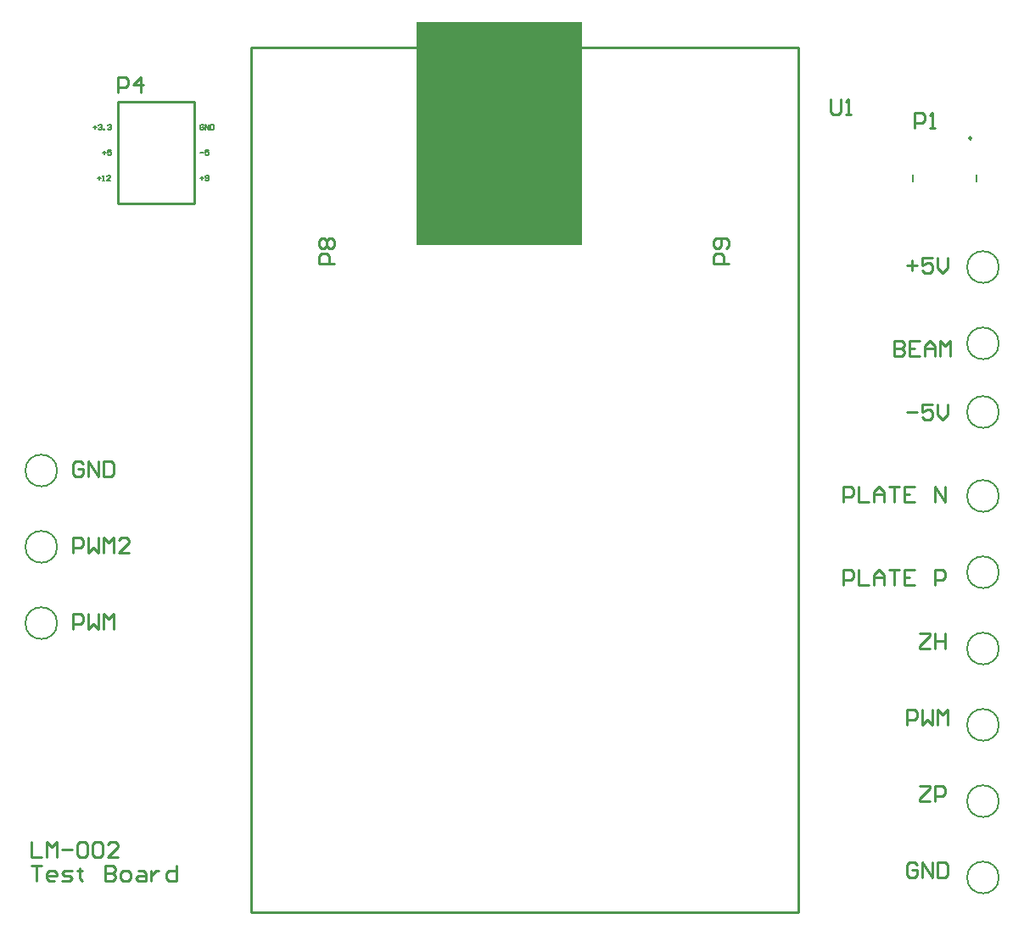
<source format=gbr>
G04 Layer_Color=65535*
%FSLAX26Y26*%
%MOIN*%
%TF.FileFunction,Legend,Top*%
%TF.Part,Single*%
G01*
G75*
%TA.AperFunction,NonConductor*%
%ADD18C,0.010000*%
%ADD26C,0.007874*%
%ADD27C,0.009842*%
%ADD28C,0.005000*%
G36*
X2125000Y2862500D02*
X2125000Y1987500D01*
X1475000Y1987500D01*
X1475000Y2862500D01*
X2125000Y2862500D01*
D02*
G37*
D18*
X600000Y2150000D02*
Y2224000D01*
X526000Y2150000D02*
X600000D01*
Y2224000D02*
Y2550000D01*
X300000Y2150000D02*
X526000D01*
X300000D02*
Y2550000D01*
X600000D01*
X825000Y-637500D02*
Y2762500D01*
Y-637500D02*
X2975000D01*
X825000Y2762500D02*
X2975000D01*
Y-637500D02*
Y2762500D01*
X-40000Y-359043D02*
Y-419023D01*
X-13D01*
X19981D02*
Y-359043D01*
X39974Y-379036D01*
X59968Y-359043D01*
Y-419023D01*
X79961Y-389033D02*
X119948D01*
X139942Y-369039D02*
X149939Y-359043D01*
X169932D01*
X179929Y-369039D01*
Y-409026D01*
X169932Y-419023D01*
X149939D01*
X139942Y-409026D01*
Y-369039D01*
X199922D02*
X209919Y-359043D01*
X229913D01*
X239910Y-369039D01*
Y-409026D01*
X229913Y-419023D01*
X209919D01*
X199922Y-409026D01*
Y-369039D01*
X299890Y-419023D02*
X259903D01*
X299890Y-379036D01*
Y-369039D01*
X289893Y-359043D01*
X269900D01*
X259903Y-369039D01*
X-40000Y-455019D02*
X-13D01*
X-20006D01*
Y-515000D01*
X49971D02*
X29977D01*
X19981Y-505003D01*
Y-485010D01*
X29977Y-475013D01*
X49971D01*
X59968Y-485010D01*
Y-495007D01*
X19981D01*
X79961Y-515000D02*
X109951D01*
X119948Y-505003D01*
X109951Y-495007D01*
X89958D01*
X79961Y-485010D01*
X89958Y-475013D01*
X119948D01*
X149939Y-465016D02*
Y-475013D01*
X139942D01*
X159935D01*
X149939D01*
Y-505003D01*
X159935Y-515000D01*
X249906Y-455019D02*
Y-515000D01*
X279897D01*
X289893Y-505003D01*
Y-495007D01*
X279897Y-485010D01*
X249906D01*
X279897D01*
X289893Y-475013D01*
Y-465016D01*
X279897Y-455019D01*
X249906D01*
X319884Y-515000D02*
X339877D01*
X349874Y-505003D01*
Y-485010D01*
X339877Y-475013D01*
X319884D01*
X309887Y-485010D01*
Y-505003D01*
X319884Y-515000D01*
X379864Y-475013D02*
X399858D01*
X409854Y-485010D01*
Y-515000D01*
X379864D01*
X369867Y-505003D01*
X379864Y-495007D01*
X409854D01*
X429848Y-475013D02*
Y-515000D01*
Y-495007D01*
X439845Y-485010D01*
X449841Y-475013D01*
X459838D01*
X529816Y-455019D02*
Y-515000D01*
X499825D01*
X489829Y-505003D01*
Y-485010D01*
X499825Y-475013D01*
X529816D01*
X3450000Y-140019D02*
X3489987D01*
Y-150016D01*
X3450000Y-190003D01*
Y-200000D01*
X3489987D01*
X3509981D02*
Y-140019D01*
X3539971D01*
X3549968Y-150016D01*
Y-170010D01*
X3539971Y-180006D01*
X3509981D01*
X3400000Y100000D02*
Y159981D01*
X3429990D01*
X3439987Y149984D01*
Y129990D01*
X3429990Y119993D01*
X3400000D01*
X3459981Y159981D02*
Y100000D01*
X3479974Y119993D01*
X3499968Y100000D01*
Y159981D01*
X3519961Y100000D02*
Y159981D01*
X3539955Y139987D01*
X3559948Y159981D01*
Y100000D01*
X3450000Y459981D02*
X3489987D01*
Y449984D01*
X3450000Y409997D01*
Y400000D01*
X3489987D01*
X3509981Y459981D02*
Y400000D01*
Y429990D01*
X3549968D01*
Y459981D01*
Y400000D01*
X3150000Y650000D02*
Y709981D01*
X3179990D01*
X3189987Y699984D01*
Y679990D01*
X3179990Y669994D01*
X3150000D01*
X3209981Y709981D02*
Y650000D01*
X3249968D01*
X3269961D02*
Y689987D01*
X3289955Y709981D01*
X3309948Y689987D01*
Y650000D01*
Y679990D01*
X3269961D01*
X3329942Y709981D02*
X3369929D01*
X3349935D01*
Y650000D01*
X3429910Y709981D02*
X3389922D01*
Y650000D01*
X3429910D01*
X3389922Y679990D02*
X3409916D01*
X3509884Y650000D02*
Y709981D01*
X3539874D01*
X3549871Y699984D01*
Y679990D01*
X3539874Y669994D01*
X3509884D01*
X3400000Y1329990D02*
X3439987D01*
X3499968Y1359981D02*
X3459981D01*
Y1329990D01*
X3479974Y1339987D01*
X3489971D01*
X3499968Y1329990D01*
Y1309997D01*
X3489971Y1300000D01*
X3469977D01*
X3459981Y1309997D01*
X3519961Y1359981D02*
Y1319994D01*
X3539955Y1300000D01*
X3559948Y1319994D01*
Y1359981D01*
X3150000Y975000D02*
Y1034981D01*
X3179990D01*
X3189987Y1024984D01*
Y1004990D01*
X3179990Y994994D01*
X3150000D01*
X3209981Y1034981D02*
Y975000D01*
X3249968D01*
X3269961D02*
Y1014987D01*
X3289955Y1034981D01*
X3309948Y1014987D01*
Y975000D01*
Y1004990D01*
X3269961D01*
X3329942Y1034981D02*
X3369929D01*
X3349935D01*
Y975000D01*
X3429910Y1034981D02*
X3389922D01*
Y975000D01*
X3429910D01*
X3389922Y1004990D02*
X3409916D01*
X3509884Y975000D02*
Y1034981D01*
X3549871Y975000D01*
Y1034981D01*
X3350000Y1609981D02*
Y1550000D01*
X3379990D01*
X3389987Y1559997D01*
Y1569994D01*
X3379990Y1579990D01*
X3350000D01*
X3379990D01*
X3389987Y1589987D01*
Y1599984D01*
X3379990Y1609981D01*
X3350000D01*
X3449968D02*
X3409981D01*
Y1550000D01*
X3449968D01*
X3409981Y1579990D02*
X3429974D01*
X3469961Y1550000D02*
Y1589987D01*
X3489955Y1609981D01*
X3509948Y1589987D01*
Y1550000D01*
Y1579990D01*
X3469961D01*
X3529942Y1550000D02*
Y1609981D01*
X3549935Y1589987D01*
X3569929Y1609981D01*
Y1550000D01*
X3430000Y2447000D02*
Y2506981D01*
X3459990D01*
X3469987Y2496984D01*
Y2476990D01*
X3459990Y2466994D01*
X3430000D01*
X3489981Y2447000D02*
X3509974D01*
X3499977D01*
Y2506981D01*
X3489981Y2496984D01*
X300000Y2585000D02*
Y2644981D01*
X329990D01*
X339987Y2634984D01*
Y2614990D01*
X329990Y2604994D01*
X300000D01*
X389971Y2585000D02*
Y2644981D01*
X359981Y2614990D01*
X399968D01*
X3100000Y2559981D02*
Y2509997D01*
X3109997Y2500000D01*
X3129990D01*
X3139987Y2509997D01*
Y2559981D01*
X3159981Y2500000D02*
X3179974D01*
X3169977D01*
Y2559981D01*
X3159981Y2549984D01*
X1150000Y1912500D02*
X1090019D01*
Y1942490D01*
X1100016Y1952487D01*
X1120010D01*
X1130006Y1942490D01*
Y1912500D01*
X1100016Y1972481D02*
X1090019Y1982477D01*
Y2002471D01*
X1100016Y2012468D01*
X1110013D01*
X1120010Y2002471D01*
X1130006Y2012468D01*
X1140003D01*
X1150000Y2002471D01*
Y1982477D01*
X1140003Y1972481D01*
X1130006D01*
X1120010Y1982477D01*
X1110013Y1972481D01*
X1100016D01*
X1120010Y1982477D02*
Y2002471D01*
X2700000Y1912500D02*
X2640019D01*
Y1942490D01*
X2650016Y1952487D01*
X2670010D01*
X2680006Y1942490D01*
Y1912500D01*
X2690003Y1972481D02*
X2700000Y1982477D01*
Y2002471D01*
X2690003Y2012468D01*
X2650016D01*
X2640019Y2002471D01*
Y1982477D01*
X2650016Y1972481D01*
X2660013D01*
X2670010Y1982477D01*
Y2012468D01*
X3439987Y-450016D02*
X3429990Y-440019D01*
X3409997D01*
X3400000Y-450016D01*
Y-490003D01*
X3409997Y-500000D01*
X3429990D01*
X3439987Y-490003D01*
Y-470010D01*
X3419994D01*
X3459981Y-500000D02*
Y-440019D01*
X3499968Y-500000D01*
Y-440019D01*
X3519961D02*
Y-500000D01*
X3549952D01*
X3559948Y-490003D01*
Y-450016D01*
X3549952Y-440019D01*
X3519961D01*
X3400000Y1904990D02*
X3439987D01*
X3419994Y1924984D02*
Y1884997D01*
X3499968Y1934981D02*
X3459981D01*
Y1904990D01*
X3479974Y1914987D01*
X3489971D01*
X3499968Y1904990D01*
Y1884997D01*
X3489971Y1875000D01*
X3469977D01*
X3459981Y1884997D01*
X3519961Y1934981D02*
Y1894994D01*
X3539955Y1875000D01*
X3559948Y1894994D01*
Y1934981D01*
X125000Y475000D02*
Y534981D01*
X154990D01*
X164987Y524984D01*
Y504990D01*
X154990Y494993D01*
X125000D01*
X184981Y534981D02*
Y475000D01*
X204974Y494993D01*
X224968Y475000D01*
Y534981D01*
X244961Y475000D02*
Y534981D01*
X264955Y514987D01*
X284948Y534981D01*
Y475000D01*
X125000Y775000D02*
Y834981D01*
X154990D01*
X164987Y824984D01*
Y804990D01*
X154990Y794994D01*
X125000D01*
X184981Y834981D02*
Y775000D01*
X204974Y794994D01*
X224968Y775000D01*
Y834981D01*
X244961Y775000D02*
Y834981D01*
X264955Y814987D01*
X284948Y834981D01*
Y775000D01*
X344929D02*
X304942D01*
X344929Y814987D01*
Y824984D01*
X334932Y834981D01*
X314939D01*
X304942Y824984D01*
X164987Y1124984D02*
X154990Y1134981D01*
X134997D01*
X125000Y1124984D01*
Y1084997D01*
X134997Y1075000D01*
X154990D01*
X164987Y1084997D01*
Y1104990D01*
X144994D01*
X184981Y1075000D02*
Y1134981D01*
X224968Y1075000D01*
Y1134981D01*
X244961D02*
Y1075000D01*
X274952D01*
X284948Y1084997D01*
Y1124984D01*
X274952Y1134981D01*
X244961D01*
D26*
X3762402Y1900000D02*
G03*
X3762402Y1900000I-62402J0D01*
G01*
Y1330000D02*
G03*
X3762402Y1330000I-62402J0D01*
G01*
Y400000D02*
G03*
X3762402Y400000I-62402J0D01*
G01*
Y-200000D02*
G03*
X3762402Y-200000I-62402J0D01*
G01*
Y100000D02*
G03*
X3762402Y100000I-62402J0D01*
G01*
Y1600000D02*
G03*
X3762402Y1600000I-62402J0D01*
G01*
Y700000D02*
G03*
X3762402Y700000I-62402J0D01*
G01*
Y1000000D02*
G03*
X3762402Y1000000I-62402J0D01*
G01*
X62402Y500000D02*
G03*
X62402Y500000I-62402J0D01*
G01*
X3762402Y-500000D02*
G03*
X3762402Y-500000I-62402J0D01*
G01*
X62402Y800000D02*
G03*
X62402Y800000I-62402J0D01*
G01*
Y1100000D02*
G03*
X62402Y1100000I-62402J0D01*
G01*
X3675000Y2236588D02*
Y2263412D01*
X3425000Y2236588D02*
Y2263412D01*
D27*
X3654921Y2406693D02*
G03*
X3654921Y2406693I-4921J0D01*
G01*
D28*
X205000Y2449997D02*
X218329D01*
X211665Y2456661D02*
Y2443332D01*
X224994Y2456661D02*
X228326Y2459994D01*
X234990D01*
X238322Y2456661D01*
Y2453329D01*
X234990Y2449997D01*
X231658D01*
X234990D01*
X238322Y2446664D01*
Y2443332D01*
X234990Y2440000D01*
X228326D01*
X224994Y2443332D01*
X244987Y2440000D02*
Y2443332D01*
X248319D01*
Y2440000D01*
X244987D01*
X261648Y2456661D02*
X264981Y2459994D01*
X271645D01*
X274977Y2456661D01*
Y2453329D01*
X271645Y2449997D01*
X268313D01*
X271645D01*
X274977Y2446664D01*
Y2443332D01*
X271645Y2440000D01*
X264981D01*
X261648Y2443332D01*
X240000Y2349997D02*
X253329D01*
X246665Y2356661D02*
Y2343332D01*
X273322Y2359994D02*
X259993D01*
Y2349997D01*
X266658Y2353329D01*
X269990D01*
X273322Y2349997D01*
Y2343332D01*
X269990Y2340000D01*
X263326D01*
X259993Y2343332D01*
X220000Y2249997D02*
X233329D01*
X226665Y2256661D02*
Y2243332D01*
X239994Y2240000D02*
X246658D01*
X243326D01*
Y2259994D01*
X239994Y2256661D01*
X269984Y2240000D02*
X256655D01*
X269984Y2253329D01*
Y2256661D01*
X266652Y2259994D01*
X259987D01*
X256655Y2256661D01*
X638329Y2456661D02*
X634997Y2459994D01*
X628332D01*
X625000Y2456661D01*
Y2443332D01*
X628332Y2440000D01*
X634997D01*
X638329Y2443332D01*
Y2449997D01*
X631664D01*
X644994Y2440000D02*
Y2459994D01*
X658322Y2440000D01*
Y2459994D01*
X664987D02*
Y2440000D01*
X674984D01*
X678316Y2443332D01*
Y2456661D01*
X674984Y2459994D01*
X664987D01*
X625000Y2349997D02*
X638329D01*
X658322Y2359994D02*
X644994D01*
Y2349997D01*
X651658Y2353329D01*
X654990D01*
X658322Y2349997D01*
Y2343332D01*
X654990Y2340000D01*
X648326D01*
X644994Y2343332D01*
X625000Y2249997D02*
X638329D01*
X631664Y2256661D02*
Y2243332D01*
X644994D02*
X648326Y2240000D01*
X654990D01*
X658322Y2243332D01*
Y2256661D01*
X654990Y2259994D01*
X648326D01*
X644994Y2256661D01*
Y2253329D01*
X648326Y2249997D01*
X658322D01*
%TF.MD5,f3ab0b18a57bcca491c1b0923f93cc9e*%
M02*

</source>
